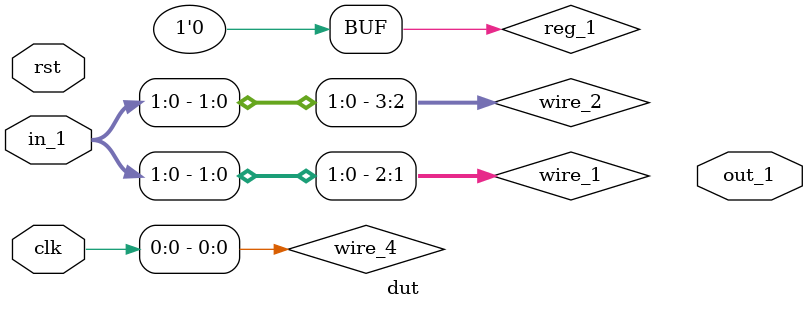
<source format=v>
/*
 * Created on Tue Jan 18 2022
 *
 * Copyright (c) 2022 IOA UCAS
 *
 * @Filename:	 dut.v
 * @Author:		 Jiawei Lin
 * @Last edit:	 10:15:35
 */
// /* verilator lint_off LITENDIAN */

`resetall
`timescale 1ns / 1ps
`default_nettype none

/*
 * FracTCAM with match table and output and gate. 
 */
module dut #(
	parameter DATA_WIDTH = 5,
	parameter DEPTH = 64,
    parameter WIDTH = 16
) (
	input  wire clk,
	input  wire rst,
	input  wire [DATA_WIDTH*DEPTH-1:0] in_1,
	output wire [DEPTH-1:0] out_1
);

localparam KEEP_WIDTH = DATA_WIDTH / 8;
localparam CL_DATA_WIDTH = $clog2(DATA_WIDTH);
localparam CL_KEEP_WIDTH = $clog2(KEEP_WIDTH);

reg  reg_1 = 0;

wire [DATA_WIDTH-1:0] wire_1, wire_2, wire_3;
wire [-1:0] wire_4;

assign wire_1[2 -: 2] = in_1[1:0];
assign wire_2[2 +: 2] = in_1[80:0];
assign wire_4[0] = clk;

wire [DEPTH-1:0] t_out_1;

test #(
	.DATA_WIDTH(1),
	.DEPTH(4),
	.ENABLE(1)
) test_inst (
	.in_1(clk),
	.out_1(t_out_1)
);

always @(clk) begin
	reg_1 <= 1'b1;
	reg_1 <= 1'b0;
end

endmodule

`resetall
</source>
